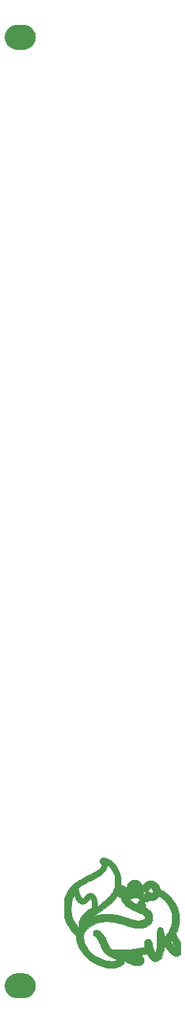
<source format=gbr>
G04 #@! TF.GenerationSoftware,KiCad,Pcbnew,(5.1.2)-2*
G04 #@! TF.CreationDate,2020-04-17T15:17:34-07:00*
G04 #@! TF.ProjectId,panel,70616e65-6c2e-46b6-9963-61645f706362,rev?*
G04 #@! TF.SameCoordinates,Original*
G04 #@! TF.FileFunction,Copper,L2,Bot*
G04 #@! TF.FilePolarity,Positive*
%FSLAX46Y46*%
G04 Gerber Fmt 4.6, Leading zero omitted, Abs format (unit mm)*
G04 Created by KiCad (PCBNEW (5.1.2)-2) date 2020-04-17 15:17:34*
%MOMM*%
%LPD*%
G04 APERTURE LIST*
%ADD10C,0.010000*%
%ADD11C,0.100000*%
%ADD12C,3.200000*%
G04 APERTURE END LIST*
D10*
G36*
X-2051783Y-44653108D02*
G01*
X-2171272Y-44713454D01*
X-2254481Y-44792245D01*
X-2325056Y-44911985D01*
X-2346762Y-45045422D01*
X-2319599Y-45192609D01*
X-2243565Y-45353597D01*
X-2236064Y-45365950D01*
X-2186152Y-45454775D01*
X-2147002Y-45538662D01*
X-2128568Y-45593906D01*
X-2133228Y-45688208D01*
X-2181334Y-45802361D01*
X-2273598Y-45937878D01*
X-2313287Y-45986866D01*
X-2382432Y-46065623D01*
X-2454871Y-46139101D01*
X-2534999Y-46210039D01*
X-2627212Y-46281177D01*
X-2735908Y-46355253D01*
X-2865483Y-46435007D01*
X-3020332Y-46523179D01*
X-3204852Y-46622507D01*
X-3423440Y-46735730D01*
X-3680491Y-46865588D01*
X-3895800Y-46972883D01*
X-4219725Y-47135235D01*
X-4502155Y-47280706D01*
X-4748195Y-47412633D01*
X-4962949Y-47534359D01*
X-5151524Y-47649223D01*
X-5319024Y-47760566D01*
X-5470555Y-47871728D01*
X-5611222Y-47986048D01*
X-5746131Y-48106868D01*
X-5880386Y-48237528D01*
X-5970928Y-48330577D01*
X-6241308Y-48648527D01*
X-6474178Y-48998062D01*
X-6670887Y-49381442D01*
X-6812749Y-49741637D01*
X-6905700Y-50010900D01*
X-6905700Y-52398500D01*
X-6820985Y-52652500D01*
X-6653547Y-53082365D01*
X-6446744Y-53483497D01*
X-6198048Y-53859836D01*
X-5904932Y-54215320D01*
X-5654357Y-54470680D01*
X-5402014Y-54710616D01*
X-5387509Y-55002358D01*
X-5370791Y-55205533D01*
X-5339644Y-55397054D01*
X-5290863Y-55587706D01*
X-5221243Y-55788274D01*
X-5127583Y-56009543D01*
X-5023026Y-56229350D01*
X-4839401Y-56570319D01*
X-4639415Y-56878524D01*
X-4413277Y-57167209D01*
X-4151194Y-57449621D01*
X-4042352Y-57555939D01*
X-3676828Y-57871655D01*
X-3284098Y-58146804D01*
X-2862521Y-58382206D01*
X-2410455Y-58578677D01*
X-1926259Y-58737038D01*
X-1444700Y-58851022D01*
X-1345634Y-58865953D01*
X-1214004Y-58879322D01*
X-1062265Y-58890545D01*
X-902872Y-58899039D01*
X-748283Y-58904223D01*
X-610951Y-58905511D01*
X-503335Y-58902322D01*
X-454100Y-58897397D01*
X-143005Y-58832685D01*
X126840Y-58744154D01*
X354470Y-58632441D01*
X538919Y-58498181D01*
X679222Y-58342011D01*
X774411Y-58164564D01*
X804541Y-58069050D01*
X824017Y-57999434D01*
X840280Y-57955844D01*
X846089Y-57948400D01*
X871829Y-57961507D01*
X925017Y-57995004D01*
X963724Y-58020923D01*
X1233477Y-58185972D01*
X1519498Y-58325947D01*
X1811708Y-58437304D01*
X2100028Y-58516497D01*
X2374377Y-58559982D01*
X2517700Y-58567412D01*
X2642497Y-58566730D01*
X2732532Y-58560621D01*
X2803760Y-58546527D01*
X2872139Y-58521890D01*
X2911400Y-58504280D01*
X3078149Y-58408943D01*
X3198804Y-58297571D01*
X3276917Y-58164885D01*
X3316043Y-58005608D01*
X3322283Y-57893937D01*
X3305598Y-57728049D01*
X3252679Y-57570028D01*
X3217561Y-57509551D01*
X2008347Y-57509551D01*
X1981595Y-57506707D01*
X1913579Y-57479259D01*
X1831900Y-57441329D01*
X1752198Y-57402674D01*
X1714202Y-57380809D01*
X1713693Y-57370817D01*
X1746446Y-57367784D01*
X1768400Y-57367412D01*
X1858008Y-57384579D01*
X1945241Y-57441432D01*
X1995631Y-57487792D01*
X2008347Y-57509551D01*
X3217561Y-57509551D01*
X3159230Y-57409100D01*
X3094204Y-57321963D01*
X2989919Y-57190827D01*
X3287210Y-57123109D01*
X3413095Y-57094194D01*
X3529266Y-57067081D01*
X3621929Y-57045014D01*
X3673400Y-57032260D01*
X3738958Y-57021158D01*
X3769368Y-57033487D01*
X3772789Y-57040615D01*
X3788328Y-57075741D01*
X3821539Y-57144469D01*
X3866787Y-57235261D01*
X3896718Y-57294255D01*
X4028295Y-57514531D01*
X4178120Y-57698746D01*
X4342019Y-57843223D01*
X4515819Y-57944284D01*
X4695348Y-57998251D01*
X4695609Y-57998293D01*
X4864051Y-58005186D01*
X5040577Y-57978333D01*
X5199827Y-57921705D01*
X5206717Y-57918247D01*
X5351302Y-57818101D01*
X5486315Y-57672480D01*
X5609416Y-57486192D01*
X5718268Y-57264045D01*
X5810531Y-57010846D01*
X5883867Y-56731402D01*
X5935938Y-56430521D01*
X5937938Y-56415029D01*
X5956153Y-56292911D01*
X5975634Y-56211837D01*
X5999225Y-56162076D01*
X6017575Y-56142343D01*
X6039997Y-56127324D01*
X6061413Y-56126670D01*
X6087846Y-56146236D01*
X6125318Y-56191875D01*
X6179852Y-56269441D01*
X6239694Y-56358243D01*
X6439052Y-56633982D01*
X6638050Y-56866513D01*
X6835200Y-57055139D01*
X7029013Y-57199167D01*
X7217999Y-57297900D01*
X7400671Y-57350645D01*
X7575539Y-57356705D01*
X7741114Y-57315387D01*
X7895908Y-57225994D01*
X7967175Y-57164618D01*
X8093000Y-57043338D01*
X8093000Y-56472814D01*
X8092725Y-56286067D01*
X8091414Y-56141529D01*
X8089645Y-56077681D01*
X7224029Y-56077681D01*
X7222948Y-56110557D01*
X7199817Y-56101323D01*
X7154035Y-56051167D01*
X7084998Y-55961273D01*
X7020576Y-55872641D01*
X6951119Y-55774041D01*
X6886697Y-55679396D01*
X6837666Y-55604037D01*
X6824307Y-55582087D01*
X6769823Y-55489075D01*
X6851498Y-55396053D01*
X6883972Y-55358497D01*
X6908890Y-55334659D01*
X6930133Y-55329494D01*
X6951584Y-55347959D01*
X6977125Y-55395008D01*
X7010639Y-55475597D01*
X7056007Y-55594681D01*
X7101017Y-55714544D01*
X7162461Y-55880861D01*
X7203666Y-56001511D01*
X7224029Y-56077681D01*
X8089645Y-56077681D01*
X8088340Y-56030613D01*
X8082777Y-55944730D01*
X8073999Y-55875291D01*
X8061279Y-55813706D01*
X8043890Y-55751388D01*
X8027604Y-55699795D01*
X7952265Y-55495668D01*
X7853842Y-55271903D01*
X7741745Y-55047910D01*
X7625381Y-54843101D01*
X7570964Y-54757595D01*
X7430793Y-54546931D01*
X7504112Y-54399815D01*
X7626863Y-54117740D01*
X7731835Y-53804846D01*
X7813615Y-53479585D01*
X7866098Y-53166133D01*
X7879812Y-53004294D01*
X7886808Y-52810388D01*
X7887494Y-52596595D01*
X7884591Y-52473240D01*
X6974175Y-52473240D01*
X6970089Y-52691910D01*
X6957573Y-52894888D01*
X6937738Y-53058900D01*
X6847567Y-53458988D01*
X6711293Y-53838580D01*
X6528394Y-54198755D01*
X6298343Y-54540593D01*
X6103880Y-54775230D01*
X5972100Y-54921996D01*
X5941118Y-54644562D01*
X5914649Y-54446514D01*
X5881476Y-54259620D01*
X5843735Y-54092876D01*
X5803564Y-53955278D01*
X5763100Y-53855824D01*
X5747352Y-53828799D01*
X5649994Y-53720950D01*
X5537437Y-53655504D01*
X5418137Y-53632578D01*
X5300549Y-53652293D01*
X5193128Y-53714768D01*
X5104562Y-53819738D01*
X5092911Y-53842312D01*
X5083188Y-53871331D01*
X5075123Y-53911664D01*
X5068448Y-53968179D01*
X5062894Y-54045742D01*
X5058191Y-54149222D01*
X5054072Y-54283486D01*
X5050267Y-54453402D01*
X5046507Y-54663837D01*
X5042523Y-54919660D01*
X5042053Y-54951200D01*
X5037113Y-55247441D01*
X5031684Y-55497551D01*
X5025563Y-55706194D01*
X5018548Y-55878037D01*
X5010436Y-56017747D01*
X5001025Y-56129990D01*
X4990113Y-56219433D01*
X4985836Y-56246600D01*
X4956625Y-56405335D01*
X4924457Y-56554917D01*
X4891477Y-56687534D01*
X4859826Y-56795379D01*
X4831647Y-56870640D01*
X4809084Y-56905509D01*
X4804648Y-56907000D01*
X4784166Y-56884946D01*
X4750027Y-56825412D01*
X4706794Y-56738340D01*
X4659027Y-56633671D01*
X4611290Y-56521346D01*
X4568142Y-56411306D01*
X4538393Y-56326722D01*
X4503316Y-56210131D01*
X4463675Y-56064029D01*
X4424801Y-55908731D01*
X4397374Y-55789400D01*
X4345513Y-55582292D01*
X4288496Y-55421289D01*
X4222456Y-55301711D01*
X4143523Y-55218879D01*
X4047830Y-55168113D01*
X3931509Y-55144735D01*
X3862046Y-55141848D01*
X3706451Y-55162655D01*
X3579616Y-55225188D01*
X3482079Y-55329125D01*
X3447878Y-55389343D01*
X3412560Y-55486873D01*
X3397524Y-55598060D01*
X3402681Y-55732700D01*
X3427941Y-55900589D01*
X3442529Y-55973887D01*
X3489055Y-56196474D01*
X3435178Y-56208706D01*
X3384200Y-56218547D01*
X3291435Y-56234781D01*
X3165303Y-56256057D01*
X3014224Y-56281021D01*
X2846616Y-56308320D01*
X2670900Y-56336602D01*
X2495494Y-56364514D01*
X2328818Y-56390703D01*
X2179291Y-56413816D01*
X2055332Y-56432500D01*
X1965362Y-56445403D01*
X1946200Y-56447952D01*
X1602701Y-56485756D01*
X1231901Y-56514999D01*
X848214Y-56535161D01*
X466054Y-56545725D01*
X99836Y-56546170D01*
X-236026Y-56535978D01*
X-337632Y-56530199D01*
X-754564Y-56503282D01*
X-892609Y-56408207D01*
X-1045029Y-56280216D01*
X-1164430Y-56125698D01*
X-1258388Y-55934580D01*
X-1268369Y-55908559D01*
X-1390178Y-55592452D01*
X-1502843Y-55321308D01*
X-1608578Y-55090576D01*
X-1709598Y-54895705D01*
X-1808116Y-54732144D01*
X-1906346Y-54595341D01*
X-1908673Y-54592406D01*
X-2091846Y-54382653D01*
X-2272560Y-54216563D01*
X-2448858Y-54095193D01*
X-2618787Y-54019603D01*
X-2780390Y-53990851D01*
X-2931714Y-54009994D01*
X-2964205Y-54021033D01*
X-3092737Y-54088746D01*
X-3177543Y-54179185D01*
X-3222394Y-54297045D01*
X-3229931Y-54352206D01*
X-3220840Y-54494347D01*
X-3167307Y-54612107D01*
X-3068483Y-54707192D01*
X-3045343Y-54722326D01*
X-2976539Y-54776224D01*
X-2888640Y-54861532D01*
X-2791135Y-54967663D01*
X-2693518Y-55084034D01*
X-2605279Y-55200060D01*
X-2566650Y-55256138D01*
X-2530069Y-55321140D01*
X-2479500Y-55424468D01*
X-2419065Y-55556985D01*
X-2352886Y-55709556D01*
X-2285085Y-55873045D01*
X-2258972Y-55938095D01*
X-2178028Y-56140020D01*
X-2111129Y-56301875D01*
X-2054510Y-56431163D01*
X-2004409Y-56535389D01*
X-1957062Y-56622059D01*
X-1908705Y-56698677D01*
X-1855574Y-56772749D01*
X-1812516Y-56828383D01*
X-1763707Y-56887736D01*
X-1713480Y-56942219D01*
X-1657372Y-56994665D01*
X-1590919Y-57047908D01*
X-1509658Y-57104782D01*
X-1409125Y-57168119D01*
X-1284857Y-57240753D01*
X-1132392Y-57325518D01*
X-947264Y-57425248D01*
X-725012Y-57542775D01*
X-508647Y-57656132D01*
X-359062Y-57735994D01*
X-253260Y-57796548D01*
X-188728Y-57839404D01*
X-162954Y-57866171D01*
X-165747Y-57875671D01*
X-226720Y-57903598D01*
X-322185Y-57934446D01*
X-436338Y-57964008D01*
X-553372Y-57988075D01*
X-631900Y-57999797D01*
X-795110Y-58010073D01*
X-975933Y-58003374D01*
X-1184666Y-57978934D01*
X-1393900Y-57943228D01*
X-1809917Y-57843367D01*
X-2210672Y-57702729D01*
X-2536900Y-57554086D01*
X-2930407Y-57332252D01*
X-3281317Y-57082880D01*
X-3589577Y-56806022D01*
X-3855134Y-56501727D01*
X-4077936Y-56170044D01*
X-4155919Y-56028077D01*
X-4275880Y-55776815D01*
X-4362345Y-55548737D01*
X-4418591Y-55331978D01*
X-4447895Y-55114675D01*
X-4454158Y-54948316D01*
X-4444418Y-54715654D01*
X-4410888Y-54516986D01*
X-4348641Y-54340598D01*
X-4252746Y-54174774D01*
X-4118276Y-54007798D01*
X-4011899Y-53897100D01*
X-3717327Y-53640135D01*
X-3386290Y-53414650D01*
X-3024335Y-53223560D01*
X-2637008Y-53069785D01*
X-2229855Y-52956241D01*
X-2218717Y-52953778D01*
X-2076064Y-52930913D01*
X-1894071Y-52914691D01*
X-1683754Y-52905040D01*
X-1456128Y-52901891D01*
X-1222209Y-52905172D01*
X-993010Y-52914812D01*
X-779549Y-52930742D01*
X-592839Y-52952888D01*
X-521392Y-52964696D01*
X-205116Y-53029247D01*
X130619Y-53110399D01*
X492619Y-53209999D01*
X887693Y-53329894D01*
X1211932Y-53434953D01*
X1453507Y-53514652D01*
X1654308Y-53579401D01*
X1821605Y-53630744D01*
X1962672Y-53670225D01*
X2084783Y-53699386D01*
X2195208Y-53719771D01*
X2301221Y-53732924D01*
X2410096Y-53740389D01*
X2529103Y-53743708D01*
X2665517Y-53744425D01*
X2670100Y-53744422D01*
X2878842Y-53741314D01*
X3050711Y-53730359D01*
X3199396Y-53708638D01*
X3338585Y-53673229D01*
X3481964Y-53621213D01*
X3643224Y-53549671D01*
X3692078Y-53526400D01*
X3907989Y-53407317D01*
X4081084Y-53276140D01*
X4219124Y-53125545D01*
X4329871Y-52948207D01*
X4351909Y-52903685D01*
X4400144Y-52795857D01*
X4429812Y-52707430D01*
X4446287Y-52616317D01*
X4454941Y-52500433D01*
X4456068Y-52475585D01*
X4452740Y-52407836D01*
X3466649Y-52407836D01*
X3428970Y-52500811D01*
X3342605Y-52581756D01*
X3206975Y-52651940D01*
X3177788Y-52663339D01*
X2956929Y-52729270D01*
X2729192Y-52761532D01*
X2483744Y-52760816D01*
X2209750Y-52727815D01*
X2198326Y-52725882D01*
X2110109Y-52706964D01*
X1982804Y-52674377D01*
X1825457Y-52630704D01*
X1647109Y-52578527D01*
X1456805Y-52520431D01*
X1263588Y-52458997D01*
X1260400Y-52457962D01*
X942434Y-52355795D01*
X665051Y-52269495D01*
X421198Y-52197282D01*
X203820Y-52137378D01*
X5863Y-52088003D01*
X-179726Y-52047379D01*
X-360001Y-52013726D01*
X-542015Y-51985265D01*
X-694434Y-51964938D01*
X-886762Y-51946796D01*
X-1109804Y-51935324D01*
X-1349041Y-51930497D01*
X-1589954Y-51932289D01*
X-1818023Y-51940674D01*
X-2018729Y-51955628D01*
X-2117685Y-51967416D01*
X-2421854Y-52022162D01*
X-2732445Y-52099194D01*
X-3033784Y-52193785D01*
X-3310198Y-52301208D01*
X-3465509Y-52373864D01*
X-3533827Y-52406804D01*
X-3579405Y-52425562D01*
X-3591000Y-52427103D01*
X-3570402Y-52406048D01*
X-3513374Y-52363528D01*
X-3427065Y-52304183D01*
X-3318624Y-52232656D01*
X-3195198Y-52153588D01*
X-3063937Y-52071619D01*
X-2931989Y-51991392D01*
X-2806504Y-51917548D01*
X-2803600Y-51915874D01*
X-2296344Y-51607442D01*
X-1828335Y-51289320D01*
X-1594940Y-51110950D01*
X-3337000Y-51110950D01*
X-3483050Y-51193018D01*
X-3759939Y-51362223D01*
X-4022746Y-51549247D01*
X-4264478Y-51747902D01*
X-4478139Y-51952000D01*
X-4656734Y-52155355D01*
X-4793269Y-52351780D01*
X-4793565Y-52352278D01*
X-4862266Y-52479264D01*
X-4931687Y-52625547D01*
X-4988552Y-52762849D01*
X-4996305Y-52784078D01*
X-5029433Y-52880956D01*
X-5051892Y-52961076D01*
X-5065753Y-53038933D01*
X-5073088Y-53129022D01*
X-5075971Y-53245837D01*
X-5076440Y-53344633D01*
X-5077717Y-53468726D01*
X-5080892Y-53572191D01*
X-5085517Y-53645684D01*
X-5091147Y-53679865D01*
X-5092533Y-53681183D01*
X-5114451Y-53662878D01*
X-5160397Y-53613721D01*
X-5222471Y-53542377D01*
X-5260434Y-53497050D01*
X-5508442Y-53163392D01*
X-5712313Y-52813797D01*
X-5875380Y-52441417D01*
X-6000978Y-52039408D01*
X-6031290Y-51914460D01*
X-6075466Y-51633571D01*
X-6088984Y-51324324D01*
X-6073247Y-50997767D01*
X-6029657Y-50664946D01*
X-5959618Y-50336910D01*
X-5864532Y-50024704D01*
X-5758506Y-49765977D01*
X-5709443Y-49664653D01*
X-5667237Y-49583003D01*
X-5636922Y-49530425D01*
X-5624435Y-49515600D01*
X-5609151Y-49537829D01*
X-5588250Y-49594527D01*
X-5576193Y-49636250D01*
X-5524963Y-49785463D01*
X-5449583Y-49949800D01*
X-5359922Y-50110708D01*
X-5265850Y-50249637D01*
X-5220594Y-50304671D01*
X-5057596Y-50453826D01*
X-4877216Y-50559088D01*
X-4684767Y-50617668D01*
X-4605365Y-50627421D01*
X-4437609Y-50624965D01*
X-4285700Y-50589722D01*
X-4143310Y-50518041D01*
X-4004108Y-50406272D01*
X-3861765Y-50250765D01*
X-3787744Y-50155878D01*
X-3713160Y-50059692D01*
X-3646184Y-49979814D01*
X-3594150Y-49924574D01*
X-3564414Y-49902302D01*
X-3526474Y-49918763D01*
X-3481601Y-49973559D01*
X-3469814Y-49993285D01*
X-3413063Y-50121423D01*
X-3372903Y-50277403D01*
X-3348209Y-50467773D01*
X-3337855Y-50699082D01*
X-3337375Y-50764125D01*
X-3337000Y-51110950D01*
X-1594940Y-51110950D01*
X-1401781Y-50963331D01*
X-1018889Y-50631297D01*
X-681866Y-50295037D01*
X-392920Y-49956374D01*
X-332563Y-49877080D01*
X-257040Y-49774758D01*
X-191427Y-49684434D01*
X-142385Y-49615376D01*
X-116575Y-49576852D01*
X-115623Y-49575206D01*
X-95353Y-49551019D01*
X-68949Y-49560267D01*
X-36197Y-49590602D01*
X58407Y-49658773D01*
X173784Y-49705048D01*
X266967Y-49718800D01*
X320820Y-49726437D01*
X347623Y-49759615D01*
X358459Y-49801350D01*
X438592Y-50073061D01*
X567780Y-50332423D01*
X745677Y-50578943D01*
X971943Y-50812130D01*
X1185127Y-50986941D01*
X1286498Y-51059386D01*
X1392337Y-51127588D01*
X1509391Y-51194979D01*
X1644408Y-51264995D01*
X1804133Y-51341069D01*
X1995313Y-51426636D01*
X2224695Y-51525130D01*
X2327200Y-51568307D01*
X2560703Y-51666439D01*
X2752279Y-51747874D01*
X2906894Y-51815452D01*
X3029515Y-51872013D01*
X3125109Y-51920396D01*
X3198641Y-51963440D01*
X3255078Y-52003987D01*
X3299387Y-52044874D01*
X3336533Y-52088942D01*
X3371483Y-52139031D01*
X3398270Y-52180723D01*
X3456223Y-52301563D01*
X3466649Y-52407836D01*
X4452740Y-52407836D01*
X4443006Y-52209701D01*
X4382337Y-51955892D01*
X4276630Y-51718297D01*
X4128455Y-51501055D01*
X3940381Y-51308306D01*
X3714978Y-51144190D01*
X3584874Y-51072043D01*
X3503276Y-51030751D01*
X3460183Y-51004127D01*
X3449268Y-50982957D01*
X3464199Y-50958031D01*
X3488348Y-50931549D01*
X3548664Y-50839138D01*
X3562330Y-50742444D01*
X3528726Y-50638789D01*
X3447230Y-50525494D01*
X3377875Y-50454407D01*
X3236942Y-50321118D01*
X3321821Y-50338306D01*
X3483247Y-50365313D01*
X3609390Y-50372041D01*
X3711691Y-50358143D01*
X3800400Y-50323893D01*
X3884809Y-50267307D01*
X3944913Y-50202219D01*
X3953318Y-50187676D01*
X3962603Y-50173110D01*
X2855379Y-50173110D01*
X2788140Y-50188456D01*
X2679871Y-50236133D01*
X2603679Y-50316131D01*
X2564355Y-50417927D01*
X2566685Y-50530994D01*
X2595740Y-50611356D01*
X2620643Y-50662723D01*
X2618499Y-50679714D01*
X2585868Y-50672935D01*
X2576690Y-50670071D01*
X2527852Y-50652022D01*
X2446461Y-50619193D01*
X2346462Y-50577272D01*
X2295230Y-50555280D01*
X2094385Y-50456849D01*
X1898523Y-50339812D01*
X1724637Y-50214925D01*
X1632676Y-50135797D01*
X1535052Y-50043964D01*
X1619976Y-49970912D01*
X1680167Y-49925739D01*
X1747601Y-49891486D01*
X1832939Y-49864896D01*
X1946841Y-49842716D01*
X2099967Y-49821688D01*
X2114350Y-49819944D01*
X2224236Y-49807381D01*
X2297398Y-49802699D01*
X2347510Y-49807434D01*
X2388251Y-49823124D01*
X2433296Y-49851304D01*
X2441210Y-49856662D01*
X2530402Y-49906551D01*
X2630771Y-49947152D01*
X2720401Y-49970201D01*
X2748798Y-49972658D01*
X2774448Y-49994225D01*
X2805423Y-50048148D01*
X2816037Y-50072955D01*
X2855379Y-50173110D01*
X3962603Y-50173110D01*
X3986437Y-50135725D01*
X4023113Y-50122030D01*
X4054918Y-50127995D01*
X4149046Y-50143102D01*
X4273779Y-50148483D01*
X4409987Y-50144762D01*
X4538541Y-50132562D01*
X4640311Y-50112505D01*
X4653126Y-50108509D01*
X4804870Y-50041727D01*
X4955469Y-49947758D01*
X5091259Y-49837110D01*
X5198579Y-49720294D01*
X5241062Y-49656257D01*
X5259440Y-49631769D01*
X5285498Y-49628158D01*
X5333553Y-49646688D01*
X5377621Y-49668319D01*
X5501842Y-49741095D01*
X5646480Y-49842616D01*
X5798920Y-49963033D01*
X5946545Y-50092498D01*
X6050195Y-50193383D01*
X6313405Y-50497707D01*
X6536694Y-50826708D01*
X6717345Y-51175191D01*
X6852642Y-51537960D01*
X6936083Y-51887588D01*
X6957148Y-52054628D01*
X6969853Y-52255329D01*
X6974175Y-52473240D01*
X7884591Y-52473240D01*
X7882280Y-52375098D01*
X7871576Y-52158077D01*
X7855790Y-51957712D01*
X7835332Y-51786185D01*
X7816124Y-51679023D01*
X7692469Y-51228725D01*
X7527351Y-50807150D01*
X7320169Y-50412838D01*
X7243668Y-50290300D01*
X7068508Y-50043365D01*
X6867223Y-49798046D01*
X6650643Y-49565962D01*
X6429597Y-49358732D01*
X6218828Y-49190778D01*
X6122571Y-49128712D01*
X5994730Y-49056013D01*
X5850943Y-48980773D01*
X5726197Y-48920445D01*
X4481814Y-48920445D01*
X4480365Y-49020897D01*
X4460956Y-49110815D01*
X4426540Y-49177870D01*
X4380070Y-49209733D01*
X4369155Y-49210800D01*
X4330968Y-49199482D01*
X4262389Y-49169636D01*
X4177424Y-49127418D01*
X4166956Y-49121900D01*
X4095397Y-49089817D01*
X3623526Y-49089817D01*
X3558275Y-49150289D01*
X3479472Y-49255173D01*
X3431878Y-49385891D01*
X3419286Y-49525512D01*
X3445036Y-49655918D01*
X3470671Y-49723344D01*
X3362486Y-49705470D01*
X3294833Y-49693193D01*
X3252766Y-49683478D01*
X3247088Y-49681168D01*
X3247934Y-49654988D01*
X3258146Y-49595488D01*
X3266813Y-49554536D01*
X3280378Y-49390607D01*
X3248940Y-49234615D01*
X3225506Y-49180311D01*
X3200833Y-49127182D01*
X3190800Y-49097084D01*
X3214247Y-49090876D01*
X3276825Y-49086885D01*
X3366892Y-49085701D01*
X3407163Y-49086131D01*
X3623526Y-49089817D01*
X4095397Y-49089817D01*
X4025576Y-49058514D01*
X3911718Y-49033526D01*
X3894908Y-49033000D01*
X3790435Y-49033000D01*
X3868880Y-48950450D01*
X3919008Y-48887880D01*
X214906Y-48887880D01*
X208726Y-48902075D01*
X183151Y-48929343D01*
X168448Y-48923749D01*
X168200Y-48920199D01*
X186242Y-48898715D01*
X197525Y-48890874D01*
X214906Y-48887880D01*
X3919008Y-48887880D01*
X3929960Y-48874211D01*
X3988265Y-48782916D01*
X4003822Y-48753600D01*
X4064354Y-48644395D01*
X4117806Y-48579008D01*
X4169125Y-48551898D01*
X4185264Y-48550400D01*
X4240113Y-48570052D01*
X4308379Y-48620633D01*
X4377231Y-48689575D01*
X4433839Y-48764311D01*
X4462348Y-48821787D01*
X4481814Y-48920445D01*
X5726197Y-48920445D01*
X5706848Y-48911088D01*
X5578082Y-48855050D01*
X5546228Y-48842653D01*
X5465830Y-48805503D01*
X5423527Y-48765116D01*
X5410331Y-48730937D01*
X5349980Y-48505931D01*
X5275599Y-48318393D01*
X5180685Y-48155553D01*
X5058737Y-48004641D01*
X5019600Y-47963536D01*
X4833654Y-47804731D01*
X4634619Y-47690110D01*
X4427880Y-47619335D01*
X4218825Y-47592067D01*
X4012840Y-47607965D01*
X3815310Y-47666691D01*
X3631623Y-47767906D01*
X3467164Y-47911269D01*
X3344542Y-48069055D01*
X3253277Y-48210010D01*
X3132343Y-48183355D01*
X3062258Y-48164635D01*
X3017517Y-48138088D01*
X2982651Y-48090004D01*
X2948512Y-48020411D01*
X2867123Y-47868551D01*
X2775482Y-47753512D01*
X2660230Y-47661412D01*
X2536366Y-47592096D01*
X2434873Y-47544105D01*
X2356397Y-47515546D01*
X2279691Y-47501498D01*
X2183507Y-47497035D01*
X2125318Y-47496849D01*
X2003515Y-47500142D01*
X1912269Y-47511788D01*
X1831548Y-47535534D01*
X1763952Y-47564424D01*
X1592450Y-47668567D01*
X1444393Y-47806499D01*
X1327188Y-47968603D01*
X1248244Y-48145266D01*
X1219979Y-48270429D01*
X1206599Y-48344080D01*
X1182140Y-48389173D01*
X1132663Y-48424301D01*
X1087422Y-48447236D01*
X970804Y-48503893D01*
X922767Y-48437948D01*
X836653Y-48353667D01*
X724078Y-48290452D01*
X599616Y-48252597D01*
X477843Y-48244399D01*
X373334Y-48270151D01*
X366014Y-48273882D01*
X328648Y-48289547D01*
X323336Y-48270531D01*
X330764Y-48242132D01*
X344547Y-48166377D01*
X355013Y-48052047D01*
X361933Y-47911274D01*
X362148Y-47900635D01*
X-367369Y-47900635D01*
X-373444Y-48073787D01*
X-387474Y-48212953D01*
X-390342Y-48230282D01*
X-434204Y-48425910D01*
X-496896Y-48636184D01*
X-571387Y-48840110D01*
X-650642Y-49016695D01*
X-659579Y-49033985D01*
X-711863Y-49122379D01*
X-786890Y-49234941D01*
X-874557Y-49357087D01*
X-963073Y-49472126D01*
X-1208847Y-49761171D01*
X-1468442Y-50029978D01*
X-1750950Y-50286864D01*
X-2065463Y-50540149D01*
X-2384500Y-50772669D01*
X-2663900Y-50968142D01*
X-2679858Y-50641921D01*
X-2689528Y-50497692D01*
X-2703723Y-50352595D01*
X-2720460Y-50224416D01*
X-2736127Y-50137900D01*
X-2768281Y-50000950D01*
X-2795506Y-49899547D01*
X-2822429Y-49819348D01*
X-2853680Y-49746006D01*
X-2879793Y-49692676D01*
X-2990726Y-49515177D01*
X-3121066Y-49384034D01*
X-3272986Y-49297814D01*
X-3448665Y-49255086D01*
X-3552900Y-49249587D01*
X-3729137Y-49267514D01*
X-3887309Y-49322326D01*
X-4033600Y-49417738D01*
X-4174197Y-49557467D01*
X-4270430Y-49680700D01*
X-4362362Y-49802666D01*
X-4434952Y-49884633D01*
X-4493025Y-49931284D01*
X-4541409Y-49947301D01*
X-4545355Y-49947400D01*
X-4604695Y-49925767D01*
X-4677172Y-49866593D01*
X-4754638Y-49778461D01*
X-4828944Y-49669955D01*
X-4859164Y-49616797D01*
X-4914767Y-49497882D01*
X-4974859Y-49345329D01*
X-5033999Y-49175320D01*
X-5086741Y-49004035D01*
X-5127642Y-48847657D01*
X-5143533Y-48771591D01*
X-5156198Y-48702468D01*
X-5161940Y-48649292D01*
X-5155750Y-48605359D01*
X-5132618Y-48563968D01*
X-5087535Y-48518419D01*
X-5015493Y-48462009D01*
X-4911481Y-48388036D01*
X-4797500Y-48308650D01*
X-4697042Y-48242254D01*
X-4572988Y-48167102D01*
X-4421374Y-48081036D01*
X-4238235Y-47981898D01*
X-4019609Y-47867528D01*
X-3761530Y-47735769D01*
X-3552900Y-47630843D01*
X-3337838Y-47522398D01*
X-3128899Y-47415486D01*
X-2932277Y-47313386D01*
X-2754164Y-47219378D01*
X-2600754Y-47136743D01*
X-2478241Y-47068760D01*
X-2392816Y-47018709D01*
X-2371800Y-47005359D01*
X-2189666Y-46871558D01*
X-2010559Y-46714989D01*
X-1842859Y-46544821D01*
X-1694947Y-46370226D01*
X-1575200Y-46200374D01*
X-1492000Y-46044437D01*
X-1490467Y-46040811D01*
X-1467127Y-45968371D01*
X-1443065Y-45866789D01*
X-1423301Y-45757394D01*
X-1422472Y-45751804D01*
X-1393900Y-45556708D01*
X-1190700Y-45727692D01*
X-988964Y-45927457D01*
X-807191Y-46167798D01*
X-649974Y-46440873D01*
X-521910Y-46738837D01*
X-437405Y-47013700D01*
X-411809Y-47147377D01*
X-391468Y-47316870D01*
X-376921Y-47508217D01*
X-368708Y-47707459D01*
X-367369Y-47900635D01*
X362148Y-47900635D01*
X365078Y-47756189D01*
X364220Y-47598923D01*
X359128Y-47451608D01*
X349575Y-47326375D01*
X348267Y-47314686D01*
X282383Y-46934976D01*
X176330Y-46569244D01*
X33112Y-46221633D01*
X-144265Y-45896284D01*
X-352794Y-45597339D01*
X-589471Y-45328940D01*
X-851289Y-45095227D01*
X-1135243Y-44900344D01*
X-1438327Y-44748431D01*
X-1543504Y-44707909D01*
X-1741496Y-44650762D01*
X-1909724Y-44632353D01*
X-2051783Y-44653108D01*
X-2051783Y-44653108D01*
G37*
X-2051783Y-44653108D02*
X-2171272Y-44713454D01*
X-2254481Y-44792245D01*
X-2325056Y-44911985D01*
X-2346762Y-45045422D01*
X-2319599Y-45192609D01*
X-2243565Y-45353597D01*
X-2236064Y-45365950D01*
X-2186152Y-45454775D01*
X-2147002Y-45538662D01*
X-2128568Y-45593906D01*
X-2133228Y-45688208D01*
X-2181334Y-45802361D01*
X-2273598Y-45937878D01*
X-2313287Y-45986866D01*
X-2382432Y-46065623D01*
X-2454871Y-46139101D01*
X-2534999Y-46210039D01*
X-2627212Y-46281177D01*
X-2735908Y-46355253D01*
X-2865483Y-46435007D01*
X-3020332Y-46523179D01*
X-3204852Y-46622507D01*
X-3423440Y-46735730D01*
X-3680491Y-46865588D01*
X-3895800Y-46972883D01*
X-4219725Y-47135235D01*
X-4502155Y-47280706D01*
X-4748195Y-47412633D01*
X-4962949Y-47534359D01*
X-5151524Y-47649223D01*
X-5319024Y-47760566D01*
X-5470555Y-47871728D01*
X-5611222Y-47986048D01*
X-5746131Y-48106868D01*
X-5880386Y-48237528D01*
X-5970928Y-48330577D01*
X-6241308Y-48648527D01*
X-6474178Y-48998062D01*
X-6670887Y-49381442D01*
X-6812749Y-49741637D01*
X-6905700Y-50010900D01*
X-6905700Y-52398500D01*
X-6820985Y-52652500D01*
X-6653547Y-53082365D01*
X-6446744Y-53483497D01*
X-6198048Y-53859836D01*
X-5904932Y-54215320D01*
X-5654357Y-54470680D01*
X-5402014Y-54710616D01*
X-5387509Y-55002358D01*
X-5370791Y-55205533D01*
X-5339644Y-55397054D01*
X-5290863Y-55587706D01*
X-5221243Y-55788274D01*
X-5127583Y-56009543D01*
X-5023026Y-56229350D01*
X-4839401Y-56570319D01*
X-4639415Y-56878524D01*
X-4413277Y-57167209D01*
X-4151194Y-57449621D01*
X-4042352Y-57555939D01*
X-3676828Y-57871655D01*
X-3284098Y-58146804D01*
X-2862521Y-58382206D01*
X-2410455Y-58578677D01*
X-1926259Y-58737038D01*
X-1444700Y-58851022D01*
X-1345634Y-58865953D01*
X-1214004Y-58879322D01*
X-1062265Y-58890545D01*
X-902872Y-58899039D01*
X-748283Y-58904223D01*
X-610951Y-58905511D01*
X-503335Y-58902322D01*
X-454100Y-58897397D01*
X-143005Y-58832685D01*
X126840Y-58744154D01*
X354470Y-58632441D01*
X538919Y-58498181D01*
X679222Y-58342011D01*
X774411Y-58164564D01*
X804541Y-58069050D01*
X824017Y-57999434D01*
X840280Y-57955844D01*
X846089Y-57948400D01*
X871829Y-57961507D01*
X925017Y-57995004D01*
X963724Y-58020923D01*
X1233477Y-58185972D01*
X1519498Y-58325947D01*
X1811708Y-58437304D01*
X2100028Y-58516497D01*
X2374377Y-58559982D01*
X2517700Y-58567412D01*
X2642497Y-58566730D01*
X2732532Y-58560621D01*
X2803760Y-58546527D01*
X2872139Y-58521890D01*
X2911400Y-58504280D01*
X3078149Y-58408943D01*
X3198804Y-58297571D01*
X3276917Y-58164885D01*
X3316043Y-58005608D01*
X3322283Y-57893937D01*
X3305598Y-57728049D01*
X3252679Y-57570028D01*
X3217561Y-57509551D01*
X2008347Y-57509551D01*
X1981595Y-57506707D01*
X1913579Y-57479259D01*
X1831900Y-57441329D01*
X1752198Y-57402674D01*
X1714202Y-57380809D01*
X1713693Y-57370817D01*
X1746446Y-57367784D01*
X1768400Y-57367412D01*
X1858008Y-57384579D01*
X1945241Y-57441432D01*
X1995631Y-57487792D01*
X2008347Y-57509551D01*
X3217561Y-57509551D01*
X3159230Y-57409100D01*
X3094204Y-57321963D01*
X2989919Y-57190827D01*
X3287210Y-57123109D01*
X3413095Y-57094194D01*
X3529266Y-57067081D01*
X3621929Y-57045014D01*
X3673400Y-57032260D01*
X3738958Y-57021158D01*
X3769368Y-57033487D01*
X3772789Y-57040615D01*
X3788328Y-57075741D01*
X3821539Y-57144469D01*
X3866787Y-57235261D01*
X3896718Y-57294255D01*
X4028295Y-57514531D01*
X4178120Y-57698746D01*
X4342019Y-57843223D01*
X4515819Y-57944284D01*
X4695348Y-57998251D01*
X4695609Y-57998293D01*
X4864051Y-58005186D01*
X5040577Y-57978333D01*
X5199827Y-57921705D01*
X5206717Y-57918247D01*
X5351302Y-57818101D01*
X5486315Y-57672480D01*
X5609416Y-57486192D01*
X5718268Y-57264045D01*
X5810531Y-57010846D01*
X5883867Y-56731402D01*
X5935938Y-56430521D01*
X5937938Y-56415029D01*
X5956153Y-56292911D01*
X5975634Y-56211837D01*
X5999225Y-56162076D01*
X6017575Y-56142343D01*
X6039997Y-56127324D01*
X6061413Y-56126670D01*
X6087846Y-56146236D01*
X6125318Y-56191875D01*
X6179852Y-56269441D01*
X6239694Y-56358243D01*
X6439052Y-56633982D01*
X6638050Y-56866513D01*
X6835200Y-57055139D01*
X7029013Y-57199167D01*
X7217999Y-57297900D01*
X7400671Y-57350645D01*
X7575539Y-57356705D01*
X7741114Y-57315387D01*
X7895908Y-57225994D01*
X7967175Y-57164618D01*
X8093000Y-57043338D01*
X8093000Y-56472814D01*
X8092725Y-56286067D01*
X8091414Y-56141529D01*
X8089645Y-56077681D01*
X7224029Y-56077681D01*
X7222948Y-56110557D01*
X7199817Y-56101323D01*
X7154035Y-56051167D01*
X7084998Y-55961273D01*
X7020576Y-55872641D01*
X6951119Y-55774041D01*
X6886697Y-55679396D01*
X6837666Y-55604037D01*
X6824307Y-55582087D01*
X6769823Y-55489075D01*
X6851498Y-55396053D01*
X6883972Y-55358497D01*
X6908890Y-55334659D01*
X6930133Y-55329494D01*
X6951584Y-55347959D01*
X6977125Y-55395008D01*
X7010639Y-55475597D01*
X7056007Y-55594681D01*
X7101017Y-55714544D01*
X7162461Y-55880861D01*
X7203666Y-56001511D01*
X7224029Y-56077681D01*
X8089645Y-56077681D01*
X8088340Y-56030613D01*
X8082777Y-55944730D01*
X8073999Y-55875291D01*
X8061279Y-55813706D01*
X8043890Y-55751388D01*
X8027604Y-55699795D01*
X7952265Y-55495668D01*
X7853842Y-55271903D01*
X7741745Y-55047910D01*
X7625381Y-54843101D01*
X7570964Y-54757595D01*
X7430793Y-54546931D01*
X7504112Y-54399815D01*
X7626863Y-54117740D01*
X7731835Y-53804846D01*
X7813615Y-53479585D01*
X7866098Y-53166133D01*
X7879812Y-53004294D01*
X7886808Y-52810388D01*
X7887494Y-52596595D01*
X7884591Y-52473240D01*
X6974175Y-52473240D01*
X6970089Y-52691910D01*
X6957573Y-52894888D01*
X6937738Y-53058900D01*
X6847567Y-53458988D01*
X6711293Y-53838580D01*
X6528394Y-54198755D01*
X6298343Y-54540593D01*
X6103880Y-54775230D01*
X5972100Y-54921996D01*
X5941118Y-54644562D01*
X5914649Y-54446514D01*
X5881476Y-54259620D01*
X5843735Y-54092876D01*
X5803564Y-53955278D01*
X5763100Y-53855824D01*
X5747352Y-53828799D01*
X5649994Y-53720950D01*
X5537437Y-53655504D01*
X5418137Y-53632578D01*
X5300549Y-53652293D01*
X5193128Y-53714768D01*
X5104562Y-53819738D01*
X5092911Y-53842312D01*
X5083188Y-53871331D01*
X5075123Y-53911664D01*
X5068448Y-53968179D01*
X5062894Y-54045742D01*
X5058191Y-54149222D01*
X5054072Y-54283486D01*
X5050267Y-54453402D01*
X5046507Y-54663837D01*
X5042523Y-54919660D01*
X5042053Y-54951200D01*
X5037113Y-55247441D01*
X5031684Y-55497551D01*
X5025563Y-55706194D01*
X5018548Y-55878037D01*
X5010436Y-56017747D01*
X5001025Y-56129990D01*
X4990113Y-56219433D01*
X4985836Y-56246600D01*
X4956625Y-56405335D01*
X4924457Y-56554917D01*
X4891477Y-56687534D01*
X4859826Y-56795379D01*
X4831647Y-56870640D01*
X4809084Y-56905509D01*
X4804648Y-56907000D01*
X4784166Y-56884946D01*
X4750027Y-56825412D01*
X4706794Y-56738340D01*
X4659027Y-56633671D01*
X4611290Y-56521346D01*
X4568142Y-56411306D01*
X4538393Y-56326722D01*
X4503316Y-56210131D01*
X4463675Y-56064029D01*
X4424801Y-55908731D01*
X4397374Y-55789400D01*
X4345513Y-55582292D01*
X4288496Y-55421289D01*
X4222456Y-55301711D01*
X4143523Y-55218879D01*
X4047830Y-55168113D01*
X3931509Y-55144735D01*
X3862046Y-55141848D01*
X3706451Y-55162655D01*
X3579616Y-55225188D01*
X3482079Y-55329125D01*
X3447878Y-55389343D01*
X3412560Y-55486873D01*
X3397524Y-55598060D01*
X3402681Y-55732700D01*
X3427941Y-55900589D01*
X3442529Y-55973887D01*
X3489055Y-56196474D01*
X3435178Y-56208706D01*
X3384200Y-56218547D01*
X3291435Y-56234781D01*
X3165303Y-56256057D01*
X3014224Y-56281021D01*
X2846616Y-56308320D01*
X2670900Y-56336602D01*
X2495494Y-56364514D01*
X2328818Y-56390703D01*
X2179291Y-56413816D01*
X2055332Y-56432500D01*
X1965362Y-56445403D01*
X1946200Y-56447952D01*
X1602701Y-56485756D01*
X1231901Y-56514999D01*
X848214Y-56535161D01*
X466054Y-56545725D01*
X99836Y-56546170D01*
X-236026Y-56535978D01*
X-337632Y-56530199D01*
X-754564Y-56503282D01*
X-892609Y-56408207D01*
X-1045029Y-56280216D01*
X-1164430Y-56125698D01*
X-1258388Y-55934580D01*
X-1268369Y-55908559D01*
X-1390178Y-55592452D01*
X-1502843Y-55321308D01*
X-1608578Y-55090576D01*
X-1709598Y-54895705D01*
X-1808116Y-54732144D01*
X-1906346Y-54595341D01*
X-1908673Y-54592406D01*
X-2091846Y-54382653D01*
X-2272560Y-54216563D01*
X-2448858Y-54095193D01*
X-2618787Y-54019603D01*
X-2780390Y-53990851D01*
X-2931714Y-54009994D01*
X-2964205Y-54021033D01*
X-3092737Y-54088746D01*
X-3177543Y-54179185D01*
X-3222394Y-54297045D01*
X-3229931Y-54352206D01*
X-3220840Y-54494347D01*
X-3167307Y-54612107D01*
X-3068483Y-54707192D01*
X-3045343Y-54722326D01*
X-2976539Y-54776224D01*
X-2888640Y-54861532D01*
X-2791135Y-54967663D01*
X-2693518Y-55084034D01*
X-2605279Y-55200060D01*
X-2566650Y-55256138D01*
X-2530069Y-55321140D01*
X-2479500Y-55424468D01*
X-2419065Y-55556985D01*
X-2352886Y-55709556D01*
X-2285085Y-55873045D01*
X-2258972Y-55938095D01*
X-2178028Y-56140020D01*
X-2111129Y-56301875D01*
X-2054510Y-56431163D01*
X-2004409Y-56535389D01*
X-1957062Y-56622059D01*
X-1908705Y-56698677D01*
X-1855574Y-56772749D01*
X-1812516Y-56828383D01*
X-1763707Y-56887736D01*
X-1713480Y-56942219D01*
X-1657372Y-56994665D01*
X-1590919Y-57047908D01*
X-1509658Y-57104782D01*
X-1409125Y-57168119D01*
X-1284857Y-57240753D01*
X-1132392Y-57325518D01*
X-947264Y-57425248D01*
X-725012Y-57542775D01*
X-508647Y-57656132D01*
X-359062Y-57735994D01*
X-253260Y-57796548D01*
X-188728Y-57839404D01*
X-162954Y-57866171D01*
X-165747Y-57875671D01*
X-226720Y-57903598D01*
X-322185Y-57934446D01*
X-436338Y-57964008D01*
X-553372Y-57988075D01*
X-631900Y-57999797D01*
X-795110Y-58010073D01*
X-975933Y-58003374D01*
X-1184666Y-57978934D01*
X-1393900Y-57943228D01*
X-1809917Y-57843367D01*
X-2210672Y-57702729D01*
X-2536900Y-57554086D01*
X-2930407Y-57332252D01*
X-3281317Y-57082880D01*
X-3589577Y-56806022D01*
X-3855134Y-56501727D01*
X-4077936Y-56170044D01*
X-4155919Y-56028077D01*
X-4275880Y-55776815D01*
X-4362345Y-55548737D01*
X-4418591Y-55331978D01*
X-4447895Y-55114675D01*
X-4454158Y-54948316D01*
X-4444418Y-54715654D01*
X-4410888Y-54516986D01*
X-4348641Y-54340598D01*
X-4252746Y-54174774D01*
X-4118276Y-54007798D01*
X-4011899Y-53897100D01*
X-3717327Y-53640135D01*
X-3386290Y-53414650D01*
X-3024335Y-53223560D01*
X-2637008Y-53069785D01*
X-2229855Y-52956241D01*
X-2218717Y-52953778D01*
X-2076064Y-52930913D01*
X-1894071Y-52914691D01*
X-1683754Y-52905040D01*
X-1456128Y-52901891D01*
X-1222209Y-52905172D01*
X-993010Y-52914812D01*
X-779549Y-52930742D01*
X-592839Y-52952888D01*
X-521392Y-52964696D01*
X-205116Y-53029247D01*
X130619Y-53110399D01*
X492619Y-53209999D01*
X887693Y-53329894D01*
X1211932Y-53434953D01*
X1453507Y-53514652D01*
X1654308Y-53579401D01*
X1821605Y-53630744D01*
X1962672Y-53670225D01*
X2084783Y-53699386D01*
X2195208Y-53719771D01*
X2301221Y-53732924D01*
X2410096Y-53740389D01*
X2529103Y-53743708D01*
X2665517Y-53744425D01*
X2670100Y-53744422D01*
X2878842Y-53741314D01*
X3050711Y-53730359D01*
X3199396Y-53708638D01*
X3338585Y-53673229D01*
X3481964Y-53621213D01*
X3643224Y-53549671D01*
X3692078Y-53526400D01*
X3907989Y-53407317D01*
X4081084Y-53276140D01*
X4219124Y-53125545D01*
X4329871Y-52948207D01*
X4351909Y-52903685D01*
X4400144Y-52795857D01*
X4429812Y-52707430D01*
X4446287Y-52616317D01*
X4454941Y-52500433D01*
X4456068Y-52475585D01*
X4452740Y-52407836D01*
X3466649Y-52407836D01*
X3428970Y-52500811D01*
X3342605Y-52581756D01*
X3206975Y-52651940D01*
X3177788Y-52663339D01*
X2956929Y-52729270D01*
X2729192Y-52761532D01*
X2483744Y-52760816D01*
X2209750Y-52727815D01*
X2198326Y-52725882D01*
X2110109Y-52706964D01*
X1982804Y-52674377D01*
X1825457Y-52630704D01*
X1647109Y-52578527D01*
X1456805Y-52520431D01*
X1263588Y-52458997D01*
X1260400Y-52457962D01*
X942434Y-52355795D01*
X665051Y-52269495D01*
X421198Y-52197282D01*
X203820Y-52137378D01*
X5863Y-52088003D01*
X-179726Y-52047379D01*
X-360001Y-52013726D01*
X-542015Y-51985265D01*
X-694434Y-51964938D01*
X-886762Y-51946796D01*
X-1109804Y-51935324D01*
X-1349041Y-51930497D01*
X-1589954Y-51932289D01*
X-1818023Y-51940674D01*
X-2018729Y-51955628D01*
X-2117685Y-51967416D01*
X-2421854Y-52022162D01*
X-2732445Y-52099194D01*
X-3033784Y-52193785D01*
X-3310198Y-52301208D01*
X-3465509Y-52373864D01*
X-3533827Y-52406804D01*
X-3579405Y-52425562D01*
X-3591000Y-52427103D01*
X-3570402Y-52406048D01*
X-3513374Y-52363528D01*
X-3427065Y-52304183D01*
X-3318624Y-52232656D01*
X-3195198Y-52153588D01*
X-3063937Y-52071619D01*
X-2931989Y-51991392D01*
X-2806504Y-51917548D01*
X-2803600Y-51915874D01*
X-2296344Y-51607442D01*
X-1828335Y-51289320D01*
X-1594940Y-51110950D01*
X-3337000Y-51110950D01*
X-3483050Y-51193018D01*
X-3759939Y-51362223D01*
X-4022746Y-51549247D01*
X-4264478Y-51747902D01*
X-4478139Y-51952000D01*
X-4656734Y-52155355D01*
X-4793269Y-52351780D01*
X-4793565Y-52352278D01*
X-4862266Y-52479264D01*
X-4931687Y-52625547D01*
X-4988552Y-52762849D01*
X-4996305Y-52784078D01*
X-5029433Y-52880956D01*
X-5051892Y-52961076D01*
X-5065753Y-53038933D01*
X-5073088Y-53129022D01*
X-5075971Y-53245837D01*
X-5076440Y-53344633D01*
X-5077717Y-53468726D01*
X-5080892Y-53572191D01*
X-5085517Y-53645684D01*
X-5091147Y-53679865D01*
X-5092533Y-53681183D01*
X-5114451Y-53662878D01*
X-5160397Y-53613721D01*
X-5222471Y-53542377D01*
X-5260434Y-53497050D01*
X-5508442Y-53163392D01*
X-5712313Y-52813797D01*
X-5875380Y-52441417D01*
X-6000978Y-52039408D01*
X-6031290Y-51914460D01*
X-6075466Y-51633571D01*
X-6088984Y-51324324D01*
X-6073247Y-50997767D01*
X-6029657Y-50664946D01*
X-5959618Y-50336910D01*
X-5864532Y-50024704D01*
X-5758506Y-49765977D01*
X-5709443Y-49664653D01*
X-5667237Y-49583003D01*
X-5636922Y-49530425D01*
X-5624435Y-49515600D01*
X-5609151Y-49537829D01*
X-5588250Y-49594527D01*
X-5576193Y-49636250D01*
X-5524963Y-49785463D01*
X-5449583Y-49949800D01*
X-5359922Y-50110708D01*
X-5265850Y-50249637D01*
X-5220594Y-50304671D01*
X-5057596Y-50453826D01*
X-4877216Y-50559088D01*
X-4684767Y-50617668D01*
X-4605365Y-50627421D01*
X-4437609Y-50624965D01*
X-4285700Y-50589722D01*
X-4143310Y-50518041D01*
X-4004108Y-50406272D01*
X-3861765Y-50250765D01*
X-3787744Y-50155878D01*
X-3713160Y-50059692D01*
X-3646184Y-49979814D01*
X-3594150Y-49924574D01*
X-3564414Y-49902302D01*
X-3526474Y-49918763D01*
X-3481601Y-49973559D01*
X-3469814Y-49993285D01*
X-3413063Y-50121423D01*
X-3372903Y-50277403D01*
X-3348209Y-50467773D01*
X-3337855Y-50699082D01*
X-3337375Y-50764125D01*
X-3337000Y-51110950D01*
X-1594940Y-51110950D01*
X-1401781Y-50963331D01*
X-1018889Y-50631297D01*
X-681866Y-50295037D01*
X-392920Y-49956374D01*
X-332563Y-49877080D01*
X-257040Y-49774758D01*
X-191427Y-49684434D01*
X-142385Y-49615376D01*
X-116575Y-49576852D01*
X-115623Y-49575206D01*
X-95353Y-49551019D01*
X-68949Y-49560267D01*
X-36197Y-49590602D01*
X58407Y-49658773D01*
X173784Y-49705048D01*
X266967Y-49718800D01*
X320820Y-49726437D01*
X347623Y-49759615D01*
X358459Y-49801350D01*
X438592Y-50073061D01*
X567780Y-50332423D01*
X745677Y-50578943D01*
X971943Y-50812130D01*
X1185127Y-50986941D01*
X1286498Y-51059386D01*
X1392337Y-51127588D01*
X1509391Y-51194979D01*
X1644408Y-51264995D01*
X1804133Y-51341069D01*
X1995313Y-51426636D01*
X2224695Y-51525130D01*
X2327200Y-51568307D01*
X2560703Y-51666439D01*
X2752279Y-51747874D01*
X2906894Y-51815452D01*
X3029515Y-51872013D01*
X3125109Y-51920396D01*
X3198641Y-51963440D01*
X3255078Y-52003987D01*
X3299387Y-52044874D01*
X3336533Y-52088942D01*
X3371483Y-52139031D01*
X3398270Y-52180723D01*
X3456223Y-52301563D01*
X3466649Y-52407836D01*
X4452740Y-52407836D01*
X4443006Y-52209701D01*
X4382337Y-51955892D01*
X4276630Y-51718297D01*
X4128455Y-51501055D01*
X3940381Y-51308306D01*
X3714978Y-51144190D01*
X3584874Y-51072043D01*
X3503276Y-51030751D01*
X3460183Y-51004127D01*
X3449268Y-50982957D01*
X3464199Y-50958031D01*
X3488348Y-50931549D01*
X3548664Y-50839138D01*
X3562330Y-50742444D01*
X3528726Y-50638789D01*
X3447230Y-50525494D01*
X3377875Y-50454407D01*
X3236942Y-50321118D01*
X3321821Y-50338306D01*
X3483247Y-50365313D01*
X3609390Y-50372041D01*
X3711691Y-50358143D01*
X3800400Y-50323893D01*
X3884809Y-50267307D01*
X3944913Y-50202219D01*
X3953318Y-50187676D01*
X3962603Y-50173110D01*
X2855379Y-50173110D01*
X2788140Y-50188456D01*
X2679871Y-50236133D01*
X2603679Y-50316131D01*
X2564355Y-50417927D01*
X2566685Y-50530994D01*
X2595740Y-50611356D01*
X2620643Y-50662723D01*
X2618499Y-50679714D01*
X2585868Y-50672935D01*
X2576690Y-50670071D01*
X2527852Y-50652022D01*
X2446461Y-50619193D01*
X2346462Y-50577272D01*
X2295230Y-50555280D01*
X2094385Y-50456849D01*
X1898523Y-50339812D01*
X1724637Y-50214925D01*
X1632676Y-50135797D01*
X1535052Y-50043964D01*
X1619976Y-49970912D01*
X1680167Y-49925739D01*
X1747601Y-49891486D01*
X1832939Y-49864896D01*
X1946841Y-49842716D01*
X2099967Y-49821688D01*
X2114350Y-49819944D01*
X2224236Y-49807381D01*
X2297398Y-49802699D01*
X2347510Y-49807434D01*
X2388251Y-49823124D01*
X2433296Y-49851304D01*
X2441210Y-49856662D01*
X2530402Y-49906551D01*
X2630771Y-49947152D01*
X2720401Y-49970201D01*
X2748798Y-49972658D01*
X2774448Y-49994225D01*
X2805423Y-50048148D01*
X2816037Y-50072955D01*
X2855379Y-50173110D01*
X3962603Y-50173110D01*
X3986437Y-50135725D01*
X4023113Y-50122030D01*
X4054918Y-50127995D01*
X4149046Y-50143102D01*
X4273779Y-50148483D01*
X4409987Y-50144762D01*
X4538541Y-50132562D01*
X4640311Y-50112505D01*
X4653126Y-50108509D01*
X4804870Y-50041727D01*
X4955469Y-49947758D01*
X5091259Y-49837110D01*
X5198579Y-49720294D01*
X5241062Y-49656257D01*
X5259440Y-49631769D01*
X5285498Y-49628158D01*
X5333553Y-49646688D01*
X5377621Y-49668319D01*
X5501842Y-49741095D01*
X5646480Y-49842616D01*
X5798920Y-49963033D01*
X5946545Y-50092498D01*
X6050195Y-50193383D01*
X6313405Y-50497707D01*
X6536694Y-50826708D01*
X6717345Y-51175191D01*
X6852642Y-51537960D01*
X6936083Y-51887588D01*
X6957148Y-52054628D01*
X6969853Y-52255329D01*
X6974175Y-52473240D01*
X7884591Y-52473240D01*
X7882280Y-52375098D01*
X7871576Y-52158077D01*
X7855790Y-51957712D01*
X7835332Y-51786185D01*
X7816124Y-51679023D01*
X7692469Y-51228725D01*
X7527351Y-50807150D01*
X7320169Y-50412838D01*
X7243668Y-50290300D01*
X7068508Y-50043365D01*
X6867223Y-49798046D01*
X6650643Y-49565962D01*
X6429597Y-49358732D01*
X6218828Y-49190778D01*
X6122571Y-49128712D01*
X5994730Y-49056013D01*
X5850943Y-48980773D01*
X5726197Y-48920445D01*
X4481814Y-48920445D01*
X4480365Y-49020897D01*
X4460956Y-49110815D01*
X4426540Y-49177870D01*
X4380070Y-49209733D01*
X4369155Y-49210800D01*
X4330968Y-49199482D01*
X4262389Y-49169636D01*
X4177424Y-49127418D01*
X4166956Y-49121900D01*
X4095397Y-49089817D01*
X3623526Y-49089817D01*
X3558275Y-49150289D01*
X3479472Y-49255173D01*
X3431878Y-49385891D01*
X3419286Y-49525512D01*
X3445036Y-49655918D01*
X3470671Y-49723344D01*
X3362486Y-49705470D01*
X3294833Y-49693193D01*
X3252766Y-49683478D01*
X3247088Y-49681168D01*
X3247934Y-49654988D01*
X3258146Y-49595488D01*
X3266813Y-49554536D01*
X3280378Y-49390607D01*
X3248940Y-49234615D01*
X3225506Y-49180311D01*
X3200833Y-49127182D01*
X3190800Y-49097084D01*
X3214247Y-49090876D01*
X3276825Y-49086885D01*
X3366892Y-49085701D01*
X3407163Y-49086131D01*
X3623526Y-49089817D01*
X4095397Y-49089817D01*
X4025576Y-49058514D01*
X3911718Y-49033526D01*
X3894908Y-49033000D01*
X3790435Y-49033000D01*
X3868880Y-48950450D01*
X3919008Y-48887880D01*
X214906Y-48887880D01*
X208726Y-48902075D01*
X183151Y-48929343D01*
X168448Y-48923749D01*
X168200Y-48920199D01*
X186242Y-48898715D01*
X197525Y-48890874D01*
X214906Y-48887880D01*
X3919008Y-48887880D01*
X3929960Y-48874211D01*
X3988265Y-48782916D01*
X4003822Y-48753600D01*
X4064354Y-48644395D01*
X4117806Y-48579008D01*
X4169125Y-48551898D01*
X4185264Y-48550400D01*
X4240113Y-48570052D01*
X4308379Y-48620633D01*
X4377231Y-48689575D01*
X4433839Y-48764311D01*
X4462348Y-48821787D01*
X4481814Y-48920445D01*
X5726197Y-48920445D01*
X5706848Y-48911088D01*
X5578082Y-48855050D01*
X5546228Y-48842653D01*
X5465830Y-48805503D01*
X5423527Y-48765116D01*
X5410331Y-48730937D01*
X5349980Y-48505931D01*
X5275599Y-48318393D01*
X5180685Y-48155553D01*
X5058737Y-48004641D01*
X5019600Y-47963536D01*
X4833654Y-47804731D01*
X4634619Y-47690110D01*
X4427880Y-47619335D01*
X4218825Y-47592067D01*
X4012840Y-47607965D01*
X3815310Y-47666691D01*
X3631623Y-47767906D01*
X3467164Y-47911269D01*
X3344542Y-48069055D01*
X3253277Y-48210010D01*
X3132343Y-48183355D01*
X3062258Y-48164635D01*
X3017517Y-48138088D01*
X2982651Y-48090004D01*
X2948512Y-48020411D01*
X2867123Y-47868551D01*
X2775482Y-47753512D01*
X2660230Y-47661412D01*
X2536366Y-47592096D01*
X2434873Y-47544105D01*
X2356397Y-47515546D01*
X2279691Y-47501498D01*
X2183507Y-47497035D01*
X2125318Y-47496849D01*
X2003515Y-47500142D01*
X1912269Y-47511788D01*
X1831548Y-47535534D01*
X1763952Y-47564424D01*
X1592450Y-47668567D01*
X1444393Y-47806499D01*
X1327188Y-47968603D01*
X1248244Y-48145266D01*
X1219979Y-48270429D01*
X1206599Y-48344080D01*
X1182140Y-48389173D01*
X1132663Y-48424301D01*
X1087422Y-48447236D01*
X970804Y-48503893D01*
X922767Y-48437948D01*
X836653Y-48353667D01*
X724078Y-48290452D01*
X599616Y-48252597D01*
X477843Y-48244399D01*
X373334Y-48270151D01*
X366014Y-48273882D01*
X328648Y-48289547D01*
X323336Y-48270531D01*
X330764Y-48242132D01*
X344547Y-48166377D01*
X355013Y-48052047D01*
X361933Y-47911274D01*
X362148Y-47900635D01*
X-367369Y-47900635D01*
X-373444Y-48073787D01*
X-387474Y-48212953D01*
X-390342Y-48230282D01*
X-434204Y-48425910D01*
X-496896Y-48636184D01*
X-571387Y-48840110D01*
X-650642Y-49016695D01*
X-659579Y-49033985D01*
X-711863Y-49122379D01*
X-786890Y-49234941D01*
X-874557Y-49357087D01*
X-963073Y-49472126D01*
X-1208847Y-49761171D01*
X-1468442Y-50029978D01*
X-1750950Y-50286864D01*
X-2065463Y-50540149D01*
X-2384500Y-50772669D01*
X-2663900Y-50968142D01*
X-2679858Y-50641921D01*
X-2689528Y-50497692D01*
X-2703723Y-50352595D01*
X-2720460Y-50224416D01*
X-2736127Y-50137900D01*
X-2768281Y-50000950D01*
X-2795506Y-49899547D01*
X-2822429Y-49819348D01*
X-2853680Y-49746006D01*
X-2879793Y-49692676D01*
X-2990726Y-49515177D01*
X-3121066Y-49384034D01*
X-3272986Y-49297814D01*
X-3448665Y-49255086D01*
X-3552900Y-49249587D01*
X-3729137Y-49267514D01*
X-3887309Y-49322326D01*
X-4033600Y-49417738D01*
X-4174197Y-49557467D01*
X-4270430Y-49680700D01*
X-4362362Y-49802666D01*
X-4434952Y-49884633D01*
X-4493025Y-49931284D01*
X-4541409Y-49947301D01*
X-4545355Y-49947400D01*
X-4604695Y-49925767D01*
X-4677172Y-49866593D01*
X-4754638Y-49778461D01*
X-4828944Y-49669955D01*
X-4859164Y-49616797D01*
X-4914767Y-49497882D01*
X-4974859Y-49345329D01*
X-5033999Y-49175320D01*
X-5086741Y-49004035D01*
X-5127642Y-48847657D01*
X-5143533Y-48771591D01*
X-5156198Y-48702468D01*
X-5161940Y-48649292D01*
X-5155750Y-48605359D01*
X-5132618Y-48563968D01*
X-5087535Y-48518419D01*
X-5015493Y-48462009D01*
X-4911481Y-48388036D01*
X-4797500Y-48308650D01*
X-4697042Y-48242254D01*
X-4572988Y-48167102D01*
X-4421374Y-48081036D01*
X-4238235Y-47981898D01*
X-4019609Y-47867528D01*
X-3761530Y-47735769D01*
X-3552900Y-47630843D01*
X-3337838Y-47522398D01*
X-3128899Y-47415486D01*
X-2932277Y-47313386D01*
X-2754164Y-47219378D01*
X-2600754Y-47136743D01*
X-2478241Y-47068760D01*
X-2392816Y-47018709D01*
X-2371800Y-47005359D01*
X-2189666Y-46871558D01*
X-2010559Y-46714989D01*
X-1842859Y-46544821D01*
X-1694947Y-46370226D01*
X-1575200Y-46200374D01*
X-1492000Y-46044437D01*
X-1490467Y-46040811D01*
X-1467127Y-45968371D01*
X-1443065Y-45866789D01*
X-1423301Y-45757394D01*
X-1422472Y-45751804D01*
X-1393900Y-45556708D01*
X-1190700Y-45727692D01*
X-988964Y-45927457D01*
X-807191Y-46167798D01*
X-649974Y-46440873D01*
X-521910Y-46738837D01*
X-437405Y-47013700D01*
X-411809Y-47147377D01*
X-391468Y-47316870D01*
X-376921Y-47508217D01*
X-368708Y-47707459D01*
X-367369Y-47900635D01*
X362148Y-47900635D01*
X365078Y-47756189D01*
X364220Y-47598923D01*
X359128Y-47451608D01*
X349575Y-47326375D01*
X348267Y-47314686D01*
X282383Y-46934976D01*
X176330Y-46569244D01*
X33112Y-46221633D01*
X-144265Y-45896284D01*
X-352794Y-45597339D01*
X-589471Y-45328940D01*
X-851289Y-45095227D01*
X-1135243Y-44900344D01*
X-1438327Y-44748431D01*
X-1543504Y-44707909D01*
X-1741496Y-44650762D01*
X-1909724Y-44632353D01*
X-2051783Y-44653108D01*
D11*
G36*
X-12043173Y62792297D02*
G01*
X-11887855Y62769257D01*
X-11735545Y62731106D01*
X-11587707Y62678208D01*
X-11445765Y62611075D01*
X-11311088Y62530352D01*
X-11184971Y62436818D01*
X-11068629Y62331372D01*
X-10963183Y62215030D01*
X-10869649Y62088913D01*
X-10788926Y61954236D01*
X-10721793Y61812294D01*
X-10668895Y61664456D01*
X-10630744Y61512146D01*
X-10607704Y61356828D01*
X-10600000Y61200001D01*
X-10600000Y61199999D01*
X-10607704Y61043172D01*
X-10630744Y60887854D01*
X-10668895Y60735544D01*
X-10721793Y60587706D01*
X-10788926Y60445764D01*
X-10869649Y60311087D01*
X-10963183Y60184970D01*
X-11068629Y60068628D01*
X-11184971Y59963182D01*
X-11311088Y59869648D01*
X-11445765Y59788925D01*
X-11587707Y59721792D01*
X-11735545Y59668894D01*
X-11887855Y59630743D01*
X-12043173Y59607703D01*
X-12200000Y59599999D01*
X-13000000Y59599999D01*
X-13156827Y59607703D01*
X-13312145Y59630743D01*
X-13464455Y59668894D01*
X-13612293Y59721792D01*
X-13754235Y59788925D01*
X-13888912Y59869648D01*
X-14015029Y59963182D01*
X-14131371Y60068628D01*
X-14236817Y60184970D01*
X-14330351Y60311087D01*
X-14411074Y60445764D01*
X-14478207Y60587706D01*
X-14531105Y60735544D01*
X-14569256Y60887854D01*
X-14592296Y61043172D01*
X-14600000Y61199999D01*
X-14600000Y61200001D01*
X-14592296Y61356828D01*
X-14569256Y61512146D01*
X-14531105Y61664456D01*
X-14478207Y61812294D01*
X-14411074Y61954236D01*
X-14330351Y62088913D01*
X-14236817Y62215030D01*
X-14131371Y62331372D01*
X-14015029Y62436818D01*
X-13888912Y62530352D01*
X-13754235Y62611075D01*
X-13612293Y62678208D01*
X-13464455Y62731106D01*
X-13312145Y62769257D01*
X-13156827Y62792297D01*
X-13000000Y62800001D01*
X-12200000Y62800001D01*
X-12043173Y62792297D01*
X-12043173Y62792297D01*
G37*
D12*
X-12600000Y61200000D03*
D11*
G36*
X-12043173Y-59607703D02*
G01*
X-11887855Y-59630743D01*
X-11735545Y-59668894D01*
X-11587707Y-59721792D01*
X-11445765Y-59788925D01*
X-11311088Y-59869648D01*
X-11184971Y-59963182D01*
X-11068629Y-60068628D01*
X-10963183Y-60184970D01*
X-10869649Y-60311087D01*
X-10788926Y-60445764D01*
X-10721793Y-60587706D01*
X-10668895Y-60735544D01*
X-10630744Y-60887854D01*
X-10607704Y-61043172D01*
X-10600000Y-61199999D01*
X-10600000Y-61200001D01*
X-10607704Y-61356828D01*
X-10630744Y-61512146D01*
X-10668895Y-61664456D01*
X-10721793Y-61812294D01*
X-10788926Y-61954236D01*
X-10869649Y-62088913D01*
X-10963183Y-62215030D01*
X-11068629Y-62331372D01*
X-11184971Y-62436818D01*
X-11311088Y-62530352D01*
X-11445765Y-62611075D01*
X-11587707Y-62678208D01*
X-11735545Y-62731106D01*
X-11887855Y-62769257D01*
X-12043173Y-62792297D01*
X-12200000Y-62800001D01*
X-13000000Y-62800001D01*
X-13156827Y-62792297D01*
X-13312145Y-62769257D01*
X-13464455Y-62731106D01*
X-13612293Y-62678208D01*
X-13754235Y-62611075D01*
X-13888912Y-62530352D01*
X-14015029Y-62436818D01*
X-14131371Y-62331372D01*
X-14236817Y-62215030D01*
X-14330351Y-62088913D01*
X-14411074Y-61954236D01*
X-14478207Y-61812294D01*
X-14531105Y-61664456D01*
X-14569256Y-61512146D01*
X-14592296Y-61356828D01*
X-14600000Y-61200001D01*
X-14600000Y-61199999D01*
X-14592296Y-61043172D01*
X-14569256Y-60887854D01*
X-14531105Y-60735544D01*
X-14478207Y-60587706D01*
X-14411074Y-60445764D01*
X-14330351Y-60311087D01*
X-14236817Y-60184970D01*
X-14131371Y-60068628D01*
X-14015029Y-59963182D01*
X-13888912Y-59869648D01*
X-13754235Y-59788925D01*
X-13612293Y-59721792D01*
X-13464455Y-59668894D01*
X-13312145Y-59630743D01*
X-13156827Y-59607703D01*
X-13000000Y-59599999D01*
X-12200000Y-59599999D01*
X-12043173Y-59607703D01*
X-12043173Y-59607703D01*
G37*
D12*
X-12600000Y-61200000D03*
M02*

</source>
